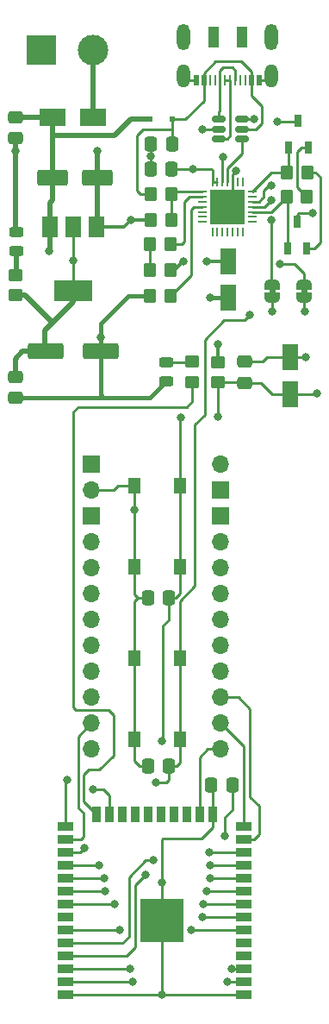
<source format=gbr>
%TF.GenerationSoftware,KiCad,Pcbnew,(6.0.11-0)*%
%TF.CreationDate,2023-10-17T10:34:41+02:00*%
%TF.ProjectId,ZESP32,5a455350-3332-42e6-9b69-6361645f7063,rev?*%
%TF.SameCoordinates,Original*%
%TF.FileFunction,Copper,L1,Top*%
%TF.FilePolarity,Positive*%
%FSLAX46Y46*%
G04 Gerber Fmt 4.6, Leading zero omitted, Abs format (unit mm)*
G04 Created by KiCad (PCBNEW (6.0.11-0)) date 2023-10-17 10:34:41*
%MOMM*%
%LPD*%
G01*
G04 APERTURE LIST*
G04 Aperture macros list*
%AMRoundRect*
0 Rectangle with rounded corners*
0 $1 Rounding radius*
0 $2 $3 $4 $5 $6 $7 $8 $9 X,Y pos of 4 corners*
0 Add a 4 corners polygon primitive as box body*
4,1,4,$2,$3,$4,$5,$6,$7,$8,$9,$2,$3,0*
0 Add four circle primitives for the rounded corners*
1,1,$1+$1,$2,$3*
1,1,$1+$1,$4,$5*
1,1,$1+$1,$6,$7*
1,1,$1+$1,$8,$9*
0 Add four rect primitives between the rounded corners*
20,1,$1+$1,$2,$3,$4,$5,0*
20,1,$1+$1,$4,$5,$6,$7,0*
20,1,$1+$1,$6,$7,$8,$9,0*
20,1,$1+$1,$8,$9,$2,$3,0*%
%AMFreePoly0*
4,1,22,0.500000,-0.750000,0.000000,-0.750000,0.000000,-0.745033,-0.079941,-0.743568,-0.215256,-0.701293,-0.333266,-0.622738,-0.424486,-0.514219,-0.481581,-0.384460,-0.499164,-0.250000,-0.500000,-0.250000,-0.500000,0.250000,-0.499164,0.250000,-0.499963,0.256109,-0.478152,0.396186,-0.417904,0.524511,-0.324060,0.630769,-0.204165,0.706417,-0.067858,0.745374,0.000000,0.744959,0.000000,0.750000,
0.500000,0.750000,0.500000,-0.750000,0.500000,-0.750000,$1*%
%AMFreePoly1*
4,1,20,0.000000,0.744959,0.073905,0.744508,0.209726,0.703889,0.328688,0.626782,0.421226,0.519385,0.479903,0.390333,0.500000,0.250000,0.500000,-0.250000,0.499851,-0.262216,0.476331,-0.402017,0.414519,-0.529596,0.319384,-0.634700,0.198574,-0.708877,0.061801,-0.746166,0.000000,-0.745033,0.000000,-0.750000,-0.500000,-0.750000,-0.500000,0.750000,0.000000,0.750000,0.000000,0.744959,
0.000000,0.744959,$1*%
G04 Aperture macros list end*
%TA.AperFunction,ComponentPad*%
%ADD10R,1.700000X1.700000*%
%TD*%
%TA.AperFunction,ComponentPad*%
%ADD11O,1.700000X1.700000*%
%TD*%
%TA.AperFunction,SMDPad,CuDef*%
%ADD12R,1.300000X1.550000*%
%TD*%
%TA.AperFunction,SMDPad,CuDef*%
%ADD13FreePoly0,270.000000*%
%TD*%
%TA.AperFunction,SMDPad,CuDef*%
%ADD14FreePoly1,270.000000*%
%TD*%
%TA.AperFunction,SMDPad,CuDef*%
%ADD15R,0.650000X1.220000*%
%TD*%
%TA.AperFunction,SMDPad,CuDef*%
%ADD16RoundRect,0.250000X-0.550000X1.050000X-0.550000X-1.050000X0.550000X-1.050000X0.550000X1.050000X0*%
%TD*%
%TA.AperFunction,SMDPad,CuDef*%
%ADD17RoundRect,0.250000X-0.350000X-0.450000X0.350000X-0.450000X0.350000X0.450000X-0.350000X0.450000X0*%
%TD*%
%TA.AperFunction,SMDPad,CuDef*%
%ADD18RoundRect,0.250000X0.550000X-1.050000X0.550000X1.050000X-0.550000X1.050000X-0.550000X-1.050000X0*%
%TD*%
%TA.AperFunction,SMDPad,CuDef*%
%ADD19RoundRect,0.250000X0.337500X0.475000X-0.337500X0.475000X-0.337500X-0.475000X0.337500X-0.475000X0*%
%TD*%
%TA.AperFunction,SMDPad,CuDef*%
%ADD20RoundRect,0.250000X0.350000X0.450000X-0.350000X0.450000X-0.350000X-0.450000X0.350000X-0.450000X0*%
%TD*%
%TA.AperFunction,SMDPad,CuDef*%
%ADD21RoundRect,0.150000X-0.512500X-0.150000X0.512500X-0.150000X0.512500X0.150000X-0.512500X0.150000X0*%
%TD*%
%TA.AperFunction,SMDPad,CuDef*%
%ADD22R,1.500000X0.900000*%
%TD*%
%TA.AperFunction,SMDPad,CuDef*%
%ADD23R,0.900000X1.500000*%
%TD*%
%TA.AperFunction,HeatsinkPad*%
%ADD24C,0.475000*%
%TD*%
%TA.AperFunction,SMDPad,CuDef*%
%ADD25R,1.050000X1.050000*%
%TD*%
%TA.AperFunction,SMDPad,CuDef*%
%ADD26R,4.200000X4.200000*%
%TD*%
%TA.AperFunction,SMDPad,CuDef*%
%ADD27RoundRect,0.250000X0.475000X-0.337500X0.475000X0.337500X-0.475000X0.337500X-0.475000X-0.337500X0*%
%TD*%
%TA.AperFunction,SMDPad,CuDef*%
%ADD28RoundRect,0.250000X-0.337500X-0.475000X0.337500X-0.475000X0.337500X0.475000X-0.337500X0.475000X0*%
%TD*%
%TA.AperFunction,SMDPad,CuDef*%
%ADD29R,1.000000X2.000000*%
%TD*%
%TA.AperFunction,SMDPad,CuDef*%
%ADD30R,0.520000X1.000000*%
%TD*%
%TA.AperFunction,SMDPad,CuDef*%
%ADD31R,0.270000X1.000000*%
%TD*%
%TA.AperFunction,ComponentPad*%
%ADD32O,1.300000X2.300000*%
%TD*%
%TA.AperFunction,ComponentPad*%
%ADD33O,1.300000X2.600000*%
%TD*%
%TA.AperFunction,SMDPad,CuDef*%
%ADD34RoundRect,0.250000X-1.500000X-0.550000X1.500000X-0.550000X1.500000X0.550000X-1.500000X0.550000X0*%
%TD*%
%TA.AperFunction,SMDPad,CuDef*%
%ADD35RoundRect,0.250000X0.450000X-0.350000X0.450000X0.350000X-0.450000X0.350000X-0.450000X-0.350000X0*%
%TD*%
%TA.AperFunction,SMDPad,CuDef*%
%ADD36RoundRect,0.243750X-0.456250X0.243750X-0.456250X-0.243750X0.456250X-0.243750X0.456250X0.243750X0*%
%TD*%
%TA.AperFunction,ComponentPad*%
%ADD37R,3.000000X3.000000*%
%TD*%
%TA.AperFunction,ComponentPad*%
%ADD38C,3.000000*%
%TD*%
%TA.AperFunction,SMDPad,CuDef*%
%ADD39RoundRect,0.062500X-0.062500X0.337500X-0.062500X-0.337500X0.062500X-0.337500X0.062500X0.337500X0*%
%TD*%
%TA.AperFunction,SMDPad,CuDef*%
%ADD40RoundRect,0.062500X-0.337500X0.062500X-0.337500X-0.062500X0.337500X-0.062500X0.337500X0.062500X0*%
%TD*%
%TA.AperFunction,SMDPad,CuDef*%
%ADD41R,3.350000X3.350000*%
%TD*%
%TA.AperFunction,SMDPad,CuDef*%
%ADD42R,0.500000X0.500000*%
%TD*%
%TA.AperFunction,SMDPad,CuDef*%
%ADD43RoundRect,0.250000X-1.250000X-0.550000X1.250000X-0.550000X1.250000X0.550000X-1.250000X0.550000X0*%
%TD*%
%TA.AperFunction,SMDPad,CuDef*%
%ADD44R,1.500000X2.000000*%
%TD*%
%TA.AperFunction,SMDPad,CuDef*%
%ADD45R,3.800000X2.000000*%
%TD*%
%TA.AperFunction,SMDPad,CuDef*%
%ADD46RoundRect,0.250000X-0.475000X0.337500X-0.475000X-0.337500X0.475000X-0.337500X0.475000X0.337500X0*%
%TD*%
%TA.AperFunction,SMDPad,CuDef*%
%ADD47R,2.500000X1.800000*%
%TD*%
%TA.AperFunction,SMDPad,CuDef*%
%ADD48RoundRect,0.243750X0.456250X-0.243750X0.456250X0.243750X-0.456250X0.243750X-0.456250X-0.243750X0*%
%TD*%
%TA.AperFunction,ViaPad*%
%ADD49C,0.800000*%
%TD*%
%TA.AperFunction,Conductor*%
%ADD50C,0.254000*%
%TD*%
%TA.AperFunction,Conductor*%
%ADD51C,0.406400*%
%TD*%
%TA.AperFunction,Conductor*%
%ADD52C,0.508000*%
%TD*%
%TA.AperFunction,Conductor*%
%ADD53C,0.355600*%
%TD*%
G04 APERTURE END LIST*
%TO.C,JP2*%
G36*
X109540400Y-72111600D02*
G01*
X108940400Y-72111600D01*
X108940400Y-71611600D01*
X109540400Y-71611600D01*
X109540400Y-72111600D01*
G37*
%TO.C,JP1*%
G36*
X112639200Y-72111600D02*
G01*
X112039200Y-72111600D01*
X112039200Y-71611600D01*
X112639200Y-71611600D01*
X112639200Y-72111600D01*
G37*
%TD*%
D10*
%TO.P,J8,1,Pin_1*%
%TO.N,EXT_5V*%
X91440000Y-88900000D03*
D11*
%TO.P,J8,2,Pin_2*%
%TO.N,GND*%
X91440000Y-91440000D03*
%TD*%
D12*
%TO.P,SW1,1,1*%
%TO.N,GND*%
X95651000Y-107912000D03*
X95651000Y-115862000D03*
%TO.P,SW1,2,2*%
%TO.N,IO0*%
X100151000Y-107912000D03*
X100151000Y-115862000D03*
%TD*%
D13*
%TO.P,JP2,1,A*%
%TO.N,Net-(JP2-Pad1)*%
X109240400Y-71211600D03*
D14*
%TO.P,JP2,2,B*%
%TO.N,TXD0*%
X109240400Y-72511600D03*
%TD*%
D15*
%TO.P,Q1,1,E*%
%TO.N,RTS*%
X110728800Y-67685200D03*
%TO.P,Q1,2,B*%
%TO.N,Net-(Q1-Pad2)*%
X112628800Y-67685200D03*
%TO.P,Q1,3,C*%
%TO.N,ENA*%
X111678800Y-65065200D03*
%TD*%
D16*
%TO.P,C9,1*%
%TO.N,+3V3*%
X104871600Y-68944000D03*
%TO.P,C9,2*%
%TO.N,GND*%
X104871600Y-72544000D03*
%TD*%
D17*
%TO.P,R8,1*%
%TO.N,DTR*%
X110662800Y-60228400D03*
%TO.P,R8,2*%
%TO.N,Net-(Q1-Pad2)*%
X112662800Y-60228400D03*
%TD*%
D18*
%TO.P,C3,1*%
%TO.N,ENA*%
X110967600Y-81992800D03*
%TO.P,C3,2*%
%TO.N,GND*%
X110967600Y-78392800D03*
%TD*%
D19*
%TO.P,C12,1*%
%TO.N,+3V3*%
X99305100Y-59888800D03*
%TO.P,C12,2*%
%TO.N,GND*%
X97230100Y-59888800D03*
%TD*%
D20*
%TO.P,R4,1*%
%TO.N,Net-(R3-Pad2)*%
X99267600Y-64867200D03*
%TO.P,R4,2*%
%TO.N,GND*%
X97267600Y-64867200D03*
%TD*%
D21*
%TO.P,U1,1,I/O1*%
%TO.N,Net-(J2-PadA7)*%
X103937300Y-55027200D03*
%TO.P,U1,2,GND*%
%TO.N,GND*%
X103937300Y-55977200D03*
%TO.P,U1,3,I/O2*%
%TO.N,Net-(J2-PadA6)*%
X103937300Y-56927200D03*
%TO.P,U1,4,I/O2*%
%TO.N,D+*%
X106212300Y-56927200D03*
%TO.P,U1,5,VBUS*%
%TO.N,VBUS*%
X106212300Y-55977200D03*
%TO.P,U1,6,I/O1*%
%TO.N,D-*%
X106212300Y-55027200D03*
%TD*%
D10*
%TO.P,J3,1,Pin_1*%
%TO.N,D23*%
X91440000Y-93980000D03*
D11*
%TO.P,J3,2,Pin_2*%
%TO.N,D22*%
X91440000Y-96520000D03*
%TO.P,J3,3,Pin_3*%
%TO.N,D21*%
X91440000Y-99060000D03*
%TO.P,J3,4,Pin_4*%
%TO.N,D19*%
X91440000Y-101600000D03*
%TO.P,J3,5,Pin_5*%
%TO.N,D18*%
X91440000Y-104140000D03*
%TO.P,J3,6,Pin_6*%
%TO.N,D5*%
X91440000Y-106680000D03*
%TO.P,J3,7,Pin_7*%
%TO.N,D17*%
X91440000Y-109220000D03*
%TO.P,J3,8,Pin_8*%
%TO.N,D16*%
X91440000Y-111760000D03*
%TO.P,J3,9,Pin_9*%
%TO.N,D4*%
X91440000Y-114300000D03*
%TO.P,J3,10,Pin_10*%
%TO.N,D15*%
X91440000Y-116840000D03*
%TD*%
D22*
%TO.P,U4,1,GND*%
%TO.N,GND*%
X106413000Y-140965000D03*
%TO.P,U4,2,VDD*%
%TO.N,+3V3*%
X106413000Y-139695000D03*
%TO.P,U4,3,EN*%
%TO.N,ENA*%
X106413000Y-138425000D03*
%TO.P,U4,4,SENSOR_VP*%
%TO.N,unconnected-(U4-Pad4)*%
X106413000Y-137155000D03*
%TO.P,U4,5,SENSOR_VN*%
%TO.N,unconnected-(U4-Pad5)*%
X106413000Y-135885000D03*
%TO.P,U4,6,IO34*%
%TO.N,D34*%
X106413000Y-134615000D03*
%TO.P,U4,7,IO35*%
%TO.N,D35*%
X106413000Y-133345000D03*
%TO.P,U4,8,IO32*%
%TO.N,D32*%
X106413000Y-132075000D03*
%TO.P,U4,9,IO33*%
%TO.N,D33*%
X106413000Y-130805000D03*
%TO.P,U4,10,IO25*%
%TO.N,D25*%
X106413000Y-129535000D03*
%TO.P,U4,11,IO26*%
%TO.N,D26*%
X106413000Y-128265000D03*
%TO.P,U4,12,IO27*%
%TO.N,D27*%
X106413000Y-126995000D03*
%TO.P,U4,13,IO14*%
%TO.N,D14*%
X106413000Y-125725000D03*
%TO.P,U4,14,IO12*%
%TO.N,D12*%
X106413000Y-124455000D03*
D23*
%TO.P,U4,15,GND*%
%TO.N,GND*%
X103373000Y-123205000D03*
%TO.P,U4,16,IO13*%
%TO.N,D13*%
X102103000Y-123205000D03*
%TO.P,U4,17,SHD/SD2*%
%TO.N,unconnected-(U4-Pad17)*%
X100833000Y-123205000D03*
%TO.P,U4,18,SWP/SD3*%
%TO.N,unconnected-(U4-Pad18)*%
X99563000Y-123205000D03*
%TO.P,U4,19,SCS/CMD*%
%TO.N,unconnected-(U4-Pad19)*%
X98293000Y-123205000D03*
%TO.P,U4,20,SCK/CLK*%
%TO.N,unconnected-(U4-Pad20)*%
X97023000Y-123205000D03*
%TO.P,U4,21,SDO/SD0*%
%TO.N,unconnected-(U4-Pad21)*%
X95753000Y-123205000D03*
%TO.P,U4,22,SDI/SD1*%
%TO.N,unconnected-(U4-Pad22)*%
X94483000Y-123205000D03*
%TO.P,U4,23,IO15*%
%TO.N,D15*%
X93213000Y-123205000D03*
%TO.P,U4,24,IO2*%
%TO.N,D2*%
X91943000Y-123205000D03*
D22*
%TO.P,U4,25,IO0*%
%TO.N,IO0*%
X88913000Y-124455000D03*
%TO.P,U4,26,IO4*%
%TO.N,D4*%
X88913000Y-125725000D03*
%TO.P,U4,27,IO16*%
%TO.N,D16*%
X88913000Y-126995000D03*
%TO.P,U4,28,IO17*%
%TO.N,D17*%
X88913000Y-128265000D03*
%TO.P,U4,29,IO5*%
%TO.N,D5*%
X88913000Y-129535000D03*
%TO.P,U4,30,IO18*%
%TO.N,D18*%
X88913000Y-130805000D03*
%TO.P,U4,31,IO19*%
%TO.N,D19*%
X88913000Y-132075000D03*
%TO.P,U4,32,NC*%
%TO.N,unconnected-(U4-Pad32)*%
X88913000Y-133345000D03*
%TO.P,U4,33,IO21*%
%TO.N,D21*%
X88913000Y-134615000D03*
%TO.P,U4,34,RXD0/IO3*%
%TO.N,RXD0*%
X88913000Y-135885000D03*
%TO.P,U4,35,TXD0/IO1*%
%TO.N,TXD0*%
X88913000Y-137155000D03*
%TO.P,U4,36,IO22*%
%TO.N,D22*%
X88913000Y-138425000D03*
%TO.P,U4,37,IO23*%
%TO.N,D23*%
X88913000Y-139695000D03*
%TO.P,U4,38,GND*%
%TO.N,GND*%
X88913000Y-140965000D03*
D24*
%TO.P,U4,39,GND*%
X98343000Y-132862500D03*
D25*
X98343000Y-135150000D03*
D24*
X99105500Y-135150000D03*
X97580500Y-133625000D03*
X99105500Y-132100000D03*
X97580500Y-135150000D03*
X96818000Y-134387500D03*
D25*
X96818000Y-132100000D03*
D24*
X99105500Y-133625000D03*
D25*
X96818000Y-135150000D03*
D24*
X97580500Y-132100000D03*
D25*
X98343000Y-132100000D03*
X99868000Y-135150000D03*
X96818000Y-133625000D03*
X99868000Y-133625000D03*
D26*
X98343000Y-133625000D03*
D24*
X98343000Y-134387500D03*
X99868000Y-132862500D03*
X99868000Y-134387500D03*
D25*
X98343000Y-133625000D03*
X99868000Y-132100000D03*
D24*
X96818000Y-132862500D03*
%TD*%
D27*
%TO.P,C7,1*%
%TO.N,ENA*%
X106497200Y-80874700D03*
%TO.P,C7,2*%
%TO.N,GND*%
X106497200Y-78799700D03*
%TD*%
D10*
%TO.P,J7,1,Pin_1*%
%TO.N,+3V3*%
X104140000Y-91440000D03*
D11*
%TO.P,J7,2,Pin_2*%
%TO.N,GND*%
X104140000Y-88900000D03*
%TD*%
D28*
%TO.P,C1,1*%
%TO.N,GND*%
X97006500Y-118491000D03*
%TO.P,C1,2*%
%TO.N,IO0*%
X99081500Y-118491000D03*
%TD*%
D29*
%TO.P,J2,*%
%TO.N,*%
X106220800Y-46953200D03*
X103420800Y-46953200D03*
D30*
%TO.P,J2,A1,GND*%
%TO.N,GND*%
X107920800Y-51153200D03*
%TO.P,J2,A4,VBUS*%
%TO.N,VBUS*%
X107170800Y-51153200D03*
D31*
%TO.P,J2,A5,CC1*%
%TO.N,unconnected-(J2-PadA5)*%
X106570800Y-51153200D03*
%TO.P,J2,A6,D+*%
%TO.N,Net-(J2-PadA6)*%
X105070800Y-51153200D03*
%TO.P,J2,A7,D-*%
%TO.N,Net-(J2-PadA7)*%
X104070800Y-51153200D03*
%TO.P,J2,A8,SBU1*%
%TO.N,unconnected-(J2-PadA8)*%
X103070800Y-51153200D03*
D30*
%TO.P,J2,A9,VBUS*%
%TO.N,VBUS*%
X102470800Y-51153200D03*
%TO.P,J2,A12,GND*%
%TO.N,GND*%
X101720800Y-51153200D03*
%TO.P,J2,B1,GND*%
X101720800Y-51153200D03*
%TO.P,J2,B4,VBUS*%
%TO.N,VBUS*%
X102470800Y-51153200D03*
D31*
%TO.P,J2,B5,CC2*%
%TO.N,unconnected-(J2-PadB5)*%
X103570800Y-51153200D03*
%TO.P,J2,B6,D+*%
%TO.N,Net-(J2-PadA6)*%
X104570800Y-51153200D03*
%TO.P,J2,B7,D-*%
%TO.N,Net-(J2-PadA7)*%
X105570800Y-51153200D03*
%TO.P,J2,B8,SBU2*%
%TO.N,unconnected-(J2-PadB8)*%
X106070800Y-51153200D03*
D30*
%TO.P,J2,B9,VBUS*%
%TO.N,VBUS*%
X107170800Y-51153200D03*
%TO.P,J2,B12,GND*%
%TO.N,GND*%
X107920800Y-51153200D03*
D32*
%TO.P,J2,S1,SHIELD*%
X109140800Y-50778200D03*
D33*
X100500800Y-46953200D03*
X109140800Y-46953200D03*
D32*
X100500800Y-50778200D03*
%TD*%
D34*
%TO.P,C10,1*%
%TO.N,+3V3*%
X86931600Y-77805200D03*
%TO.P,C10,2*%
%TO.N,GND*%
X92331600Y-77805200D03*
%TD*%
D35*
%TO.P,R2,1*%
%TO.N,+3V3*%
X83992800Y-72302800D03*
%TO.P,R2,2*%
%TO.N,Net-(D3-Pad2)*%
X83992800Y-70302800D03*
%TD*%
D19*
%TO.P,C8,1*%
%TO.N,+3V3*%
X105304500Y-120396000D03*
%TO.P,C8,2*%
%TO.N,GND*%
X103229500Y-120396000D03*
%TD*%
D20*
%TO.P,R6,1*%
%TO.N,Net-(R6-Pad1)*%
X99216800Y-67305600D03*
%TO.P,R6,2*%
%TO.N,Net-(R5-Pad1)*%
X97216800Y-67305600D03*
%TD*%
D35*
%TO.P,R1,1*%
%TO.N,ENA*%
X103906400Y-80837200D03*
%TO.P,R1,2*%
%TO.N,+3V3*%
X103906400Y-78837200D03*
%TD*%
D36*
%TO.P,D3,1,K*%
%TO.N,GND*%
X84043600Y-66098100D03*
%TO.P,D3,2,A*%
%TO.N,Net-(D3-Pad2)*%
X84043600Y-67973100D03*
%TD*%
D17*
%TO.P,R7,1*%
%TO.N,GND*%
X97216800Y-72334800D03*
%TO.P,R7,2*%
%TO.N,Net-(R7-Pad2)*%
X99216800Y-72334800D03*
%TD*%
%TO.P,R3,1*%
%TO.N,VBUS*%
X97267600Y-62378000D03*
%TO.P,R3,2*%
%TO.N,Net-(R3-Pad2)*%
X99267600Y-62378000D03*
%TD*%
D37*
%TO.P,J1,1,Pin_1*%
%TO.N,GND*%
X86482000Y-48239600D03*
D38*
%TO.P,J1,2,Pin_2*%
%TO.N,Net-(D1-Pad2)*%
X91562000Y-48239600D03*
%TD*%
D17*
%TO.P,R9,1*%
%TO.N,RTS*%
X110628000Y-62616000D03*
%TO.P,R9,2*%
%TO.N,Net-(Q2-Pad2)*%
X112628000Y-62616000D03*
%TD*%
D39*
%TO.P,U3,1,~{DCD}*%
%TO.N,unconnected-(U3-Pad1)*%
X106320800Y-61147200D03*
%TO.P,U3,2,~{RI}/CLK*%
%TO.N,unconnected-(U3-Pad2)*%
X105820800Y-61147200D03*
%TO.P,U3,3,GND*%
%TO.N,GND*%
X105320800Y-61147200D03*
%TO.P,U3,4,D+*%
%TO.N,D+*%
X104820800Y-61147200D03*
%TO.P,U3,5,D-*%
%TO.N,D-*%
X104320800Y-61147200D03*
%TO.P,U3,6,VDD*%
%TO.N,+3V3*%
X103820800Y-61147200D03*
%TO.P,U3,7,VREGIN*%
X103320800Y-61147200D03*
D40*
%TO.P,U3,8,VBUS*%
%TO.N,Net-(R3-Pad2)*%
X102370800Y-62097200D03*
%TO.P,U3,9,~{RST}*%
%TO.N,Net-(R6-Pad1)*%
X102370800Y-62597200D03*
%TO.P,U3,10,NC*%
%TO.N,unconnected-(U3-Pad10)*%
X102370800Y-63097200D03*
%TO.P,U3,11,~{SUSPEND}*%
%TO.N,Net-(R7-Pad2)*%
X102370800Y-63597200D03*
%TO.P,U3,12,SUSPEND*%
%TO.N,unconnected-(U3-Pad12)*%
X102370800Y-64097200D03*
%TO.P,U3,13,CHREN*%
%TO.N,unconnected-(U3-Pad13)*%
X102370800Y-64597200D03*
%TO.P,U3,14,CHR1*%
%TO.N,unconnected-(U3-Pad14)*%
X102370800Y-65097200D03*
D39*
%TO.P,U3,15,CHR0*%
%TO.N,unconnected-(U3-Pad15)*%
X103320800Y-66047200D03*
%TO.P,U3,16,~{WAKEUP}/GPIO.3*%
%TO.N,unconnected-(U3-Pad16)*%
X103820800Y-66047200D03*
%TO.P,U3,17,RS485/GPIO.2*%
%TO.N,unconnected-(U3-Pad17)*%
X104320800Y-66047200D03*
%TO.P,U3,18,~{RXT}/GPIO.1*%
%TO.N,unconnected-(U3-Pad18)*%
X104820800Y-66047200D03*
%TO.P,U3,19,~{TXT}/GPIO.0*%
%TO.N,unconnected-(U3-Pad19)*%
X105320800Y-66047200D03*
%TO.P,U3,20,GPIO.6*%
%TO.N,unconnected-(U3-Pad20)*%
X105820800Y-66047200D03*
%TO.P,U3,21,GPIO.5*%
%TO.N,unconnected-(U3-Pad21)*%
X106320800Y-66047200D03*
D40*
%TO.P,U3,22,GPIO.4*%
%TO.N,unconnected-(U3-Pad22)*%
X107270800Y-65097200D03*
%TO.P,U3,23,~{CTS}*%
%TO.N,unconnected-(U3-Pad23)*%
X107270800Y-64597200D03*
%TO.P,U3,24,~{RTS}*%
%TO.N,RTS*%
X107270800Y-64097200D03*
%TO.P,U3,25,RXD*%
%TO.N,Net-(JP2-Pad1)*%
X107270800Y-63597200D03*
%TO.P,U3,26,TXD*%
%TO.N,Net-(JP1-Pad1)*%
X107270800Y-63097200D03*
%TO.P,U3,27,~{DSR}*%
%TO.N,unconnected-(U3-Pad27)*%
X107270800Y-62597200D03*
%TO.P,U3,28,~{DTR}*%
%TO.N,DTR*%
X107270800Y-62097200D03*
D41*
%TO.P,U3,29,GND*%
%TO.N,GND*%
X104820800Y-63597200D03*
%TD*%
D42*
%TO.P,D2,1,K*%
%TO.N,EXT_5V*%
X97218400Y-55012000D03*
%TO.P,D2,2,A*%
%TO.N,VBUS*%
X99418400Y-55012000D03*
%TD*%
D43*
%TO.P,C6,1*%
%TO.N,EXT_5V*%
X87584000Y-60736400D03*
%TO.P,C6,2*%
%TO.N,GND*%
X91984000Y-60736400D03*
%TD*%
D19*
%TO.P,C5,1*%
%TO.N,VBUS*%
X99355900Y-57450400D03*
%TO.P,C5,2*%
%TO.N,GND*%
X97280900Y-57450400D03*
%TD*%
D35*
%TO.P,R10,1*%
%TO.N,D2*%
X101366400Y-80786400D03*
%TO.P,R10,2*%
%TO.N,Net-(D4-Pad2)*%
X101366400Y-78786400D03*
%TD*%
D12*
%TO.P,SW2,1,1*%
%TO.N,GND*%
X95651000Y-90992000D03*
X95651000Y-98942000D03*
%TO.P,SW2,2,2*%
%TO.N,ENA*%
X100151000Y-98942000D03*
X100151000Y-90992000D03*
%TD*%
D44*
%TO.P,U2,1,GND*%
%TO.N,GND*%
X91931600Y-65562000D03*
D45*
%TO.P,U2,2,VO*%
%TO.N,+3V3*%
X89631600Y-71862000D03*
D44*
X89631600Y-65562000D03*
%TO.P,U2,3,VI*%
%TO.N,EXT_5V*%
X87331600Y-65562000D03*
%TD*%
D15*
%TO.P,Q2,1,E*%
%TO.N,DTR*%
X110830400Y-57779200D03*
%TO.P,Q2,2,B*%
%TO.N,Net-(Q2-Pad2)*%
X112730400Y-57779200D03*
%TO.P,Q2,3,C*%
%TO.N,IO0*%
X111780400Y-55159200D03*
%TD*%
D28*
%TO.P,C2,1*%
%TO.N,GND*%
X97006500Y-101981000D03*
%TO.P,C2,2*%
%TO.N,ENA*%
X99081500Y-101981000D03*
%TD*%
D10*
%TO.P,J4,1,Pin_1*%
%TO.N,D34*%
X104140000Y-93980000D03*
D11*
%TO.P,J4,2,Pin_2*%
%TO.N,D35*%
X104140000Y-96520000D03*
%TO.P,J4,3,Pin_3*%
%TO.N,D32*%
X104140000Y-99060000D03*
%TO.P,J4,4,Pin_4*%
%TO.N,D33*%
X104140000Y-101600000D03*
%TO.P,J4,5,Pin_5*%
%TO.N,D25*%
X104140000Y-104140000D03*
%TO.P,J4,6,Pin_6*%
%TO.N,D26*%
X104140000Y-106680000D03*
%TO.P,J4,7,Pin_7*%
%TO.N,D27*%
X104140000Y-109220000D03*
%TO.P,J4,8,Pin_8*%
%TO.N,D14*%
X104140000Y-111760000D03*
%TO.P,J4,9,Pin_9*%
%TO.N,D12*%
X104140000Y-114300000D03*
%TO.P,J4,10,Pin_10*%
%TO.N,D13*%
X104140000Y-116840000D03*
%TD*%
D17*
%TO.P,R5,1*%
%TO.N,Net-(R5-Pad1)*%
X97216800Y-69845600D03*
%TO.P,R5,2*%
%TO.N,+3V3*%
X99216800Y-69845600D03*
%TD*%
D46*
%TO.P,C4,1*%
%TO.N,EXT_5V*%
X83942000Y-54822100D03*
%TO.P,C4,2*%
%TO.N,GND*%
X83942000Y-56897100D03*
%TD*%
D13*
%TO.P,JP1,1,A*%
%TO.N,Net-(JP1-Pad1)*%
X112339200Y-71211600D03*
D14*
%TO.P,JP1,2,B*%
%TO.N,RXD0*%
X112339200Y-72511600D03*
%TD*%
D47*
%TO.P,D1,1,K*%
%TO.N,EXT_5V*%
X87631600Y-54792800D03*
%TO.P,D1,2,A*%
%TO.N,Net-(D1-Pad2)*%
X91631600Y-54792800D03*
%TD*%
D46*
%TO.P,C11,1*%
%TO.N,+3V3*%
X83942000Y-80272900D03*
%TO.P,C11,2*%
%TO.N,GND*%
X83942000Y-82347900D03*
%TD*%
D48*
%TO.P,D4,1,K*%
%TO.N,GND*%
X98775600Y-80723900D03*
%TO.P,D4,2,A*%
%TO.N,Net-(D4-Pad2)*%
X98775600Y-78848900D03*
%TD*%
D49*
%TO.N,IO0*%
X109750000Y-55250000D03*
X107000000Y-74250000D03*
%TO.N,GND*%
X98353800Y-140965000D03*
X92019200Y-58094800D03*
X97230100Y-58598900D03*
X112522000Y-78359000D03*
X103124000Y-72517000D03*
X92331600Y-76451400D03*
X102362000Y-56007000D03*
X83942000Y-58094800D03*
X105664000Y-60071000D03*
X98343000Y-129901400D03*
X95651000Y-93325000D03*
X95351600Y-64871600D03*
%TO.N,IO0*%
X97790000Y-120142000D03*
X89027000Y-119888000D03*
%TO.N,ENA*%
X113182400Y-64262000D03*
X113639600Y-81940400D03*
X100203000Y-84328000D03*
X105247500Y-138430000D03*
X103886000Y-84201000D03*
X98384300Y-116078000D03*
%TO.N,EXT_5V*%
X87249000Y-67945000D03*
%TO.N,+3V3*%
X101452000Y-59888800D03*
X89631600Y-68864400D03*
X104775000Y-139700000D03*
X100457000Y-68961000D03*
X104521000Y-125349000D03*
X102743000Y-68961000D03*
X103886000Y-77089000D03*
%TO.N,D5*%
X92659200Y-129489200D03*
%TO.N,D19*%
X93726000Y-132080000D03*
%TO.N,D18*%
X92760800Y-130810000D03*
%TO.N,D17*%
X92151200Y-128270000D03*
%TO.N,D16*%
X90779600Y-126542800D03*
%TO.N,D15*%
X91567000Y-120777000D03*
%TO.N,D26*%
X103073200Y-128270000D03*
%TO.N,D25*%
X103124000Y-129540000D03*
%TO.N,D23*%
X95504000Y-139649200D03*
%TO.N,D22*%
X95234700Y-138430000D03*
%TO.N,D21*%
X94183200Y-134569200D03*
%TO.N,D34*%
X101249400Y-134615000D03*
%TO.N,D35*%
X102311200Y-133350000D03*
%TO.N,D32*%
X102463600Y-132080000D03*
%TO.N,D33*%
X102768400Y-130810000D03*
%TO.N,D27*%
X103022400Y-127000000D03*
%TO.N,Net-(JP1-Pad1)*%
X109088000Y-61549200D03*
X109951600Y-69220000D03*
%TO.N,RXD0*%
X112390000Y-73893600D03*
X97536000Y-127762000D03*
%TO.N,Net-(JP2-Pad1)*%
X109088000Y-64902000D03*
X109088000Y-62920800D03*
%TO.N,TXD0*%
X109240400Y-73842800D03*
X96774000Y-129159000D03*
%TO.N,D-*%
X107447100Y-55012000D03*
X104363600Y-58720400D03*
%TD*%
D50*
%TO.N,Net-(Q1-Pad2)*%
X112628800Y-67685200D02*
X113366000Y-67685200D01*
X113366000Y-67685200D02*
X113909400Y-67141800D01*
X113909400Y-67141800D02*
X113909400Y-60696400D01*
X113441400Y-60228400D02*
X112662800Y-60228400D01*
X113909400Y-60696400D02*
X113441400Y-60228400D01*
%TO.N,Net-(Q2-Pad2)*%
X112628000Y-62616000D02*
X112603200Y-62616000D01*
X112603200Y-62616000D02*
X111658400Y-61671200D01*
X111658400Y-61671200D02*
X111658400Y-58216800D01*
X112096000Y-57779200D02*
X112730400Y-57779200D01*
X111658400Y-58216800D02*
X112096000Y-57779200D01*
%TO.N,IO0*%
X104490600Y-74731800D02*
X106518200Y-74731800D01*
X106518200Y-74731800D02*
X107000000Y-74250000D01*
X109750000Y-55250000D02*
X111689600Y-55250000D01*
X111689600Y-55250000D02*
X111780400Y-55159200D01*
D51*
%TO.N,GND*%
X92634900Y-82347900D02*
X97151600Y-82347900D01*
D52*
X91984000Y-60736400D02*
X91984000Y-65509600D01*
D50*
X98343000Y-125685000D02*
X98343000Y-129901400D01*
D52*
X92019200Y-60701200D02*
X91984000Y-60736400D01*
D50*
X96139000Y-118491000D02*
X97006500Y-118491000D01*
X102391800Y-55977200D02*
X102362000Y-56007000D01*
X103373000Y-120539500D02*
X103373000Y-123205000D01*
X106497200Y-78799700D02*
X108296700Y-78799700D01*
X98343000Y-140925000D02*
X98303000Y-140965000D01*
X91440000Y-91440000D02*
X93599000Y-91440000D01*
X94047000Y-90992000D02*
X95651000Y-90992000D01*
X98353800Y-140965000D02*
X106413000Y-140965000D01*
X98303000Y-140965000D02*
X98353800Y-140965000D01*
X95651000Y-115862000D02*
X95651000Y-118003000D01*
X95651000Y-101620000D02*
X96012000Y-101981000D01*
D52*
X91984000Y-65509600D02*
X91931600Y-65562000D01*
D53*
X95356000Y-64867200D02*
X95351600Y-64871600D01*
D51*
X92331600Y-82044600D02*
X92634900Y-82347900D01*
D50*
X101720800Y-51153200D02*
X100875800Y-51153200D01*
D51*
X92331600Y-77805200D02*
X92331600Y-76451400D01*
X104871600Y-72544000D02*
X103151000Y-72544000D01*
D50*
X100875800Y-51153200D02*
X100500800Y-50778200D01*
X95651000Y-90992000D02*
X95651000Y-93325000D01*
X97230100Y-59888800D02*
X97230100Y-57501200D01*
X95651000Y-93325000D02*
X95651000Y-98942000D01*
X105320800Y-61147200D02*
X105320800Y-60414200D01*
D52*
X83942000Y-65996500D02*
X84043600Y-66098100D01*
D50*
X88913000Y-140965000D02*
X98303000Y-140965000D01*
X95651000Y-102342000D02*
X96012000Y-101981000D01*
X105320800Y-63097200D02*
X104820800Y-63597200D01*
X110967600Y-78392800D02*
X112488200Y-78392800D01*
X96012000Y-101981000D02*
X97006500Y-101981000D01*
X103373000Y-123205000D02*
X103373000Y-124465000D01*
X105320800Y-61147200D02*
X105320800Y-63097200D01*
X103373000Y-124465000D02*
X102235000Y-125603000D01*
D52*
X83942000Y-56897100D02*
X83942000Y-58094800D01*
D53*
X95351600Y-64871600D02*
X94661200Y-65562000D01*
D50*
X107920800Y-51153200D02*
X108765800Y-51153200D01*
X105320800Y-60414200D02*
X105664000Y-60071000D01*
D52*
X83942000Y-58094800D02*
X83942000Y-65996500D01*
D50*
X103937300Y-55977200D02*
X102391800Y-55977200D01*
D51*
X95051200Y-72334800D02*
X92331600Y-75054400D01*
D52*
X92019200Y-58094800D02*
X92019200Y-60701200D01*
D51*
X97151600Y-82347900D02*
X98775600Y-80723900D01*
D50*
X112488200Y-78392800D02*
X112522000Y-78359000D01*
X103229500Y-120396000D02*
X103373000Y-120539500D01*
X98343000Y-133625000D02*
X98343000Y-140925000D01*
X98425000Y-125603000D02*
X98343000Y-125685000D01*
X95651000Y-107912000D02*
X95651000Y-102342000D01*
X108296700Y-78799700D02*
X108703600Y-78392800D01*
X95651000Y-107912000D02*
X95651000Y-115862000D01*
X108765800Y-51153200D02*
X109140800Y-50778200D01*
D51*
X83942000Y-82347900D02*
X92634900Y-82347900D01*
D50*
X102235000Y-125603000D02*
X98425000Y-125603000D01*
X93599000Y-91440000D02*
X94047000Y-90992000D01*
X108703600Y-78392800D02*
X110967600Y-78392800D01*
D51*
X97216800Y-72334800D02*
X95051200Y-72334800D01*
D50*
X97230100Y-57501200D02*
X97280900Y-57450400D01*
D53*
X97267600Y-64867200D02*
X95356000Y-64867200D01*
D51*
X92331600Y-75054400D02*
X92331600Y-76451400D01*
X103151000Y-72544000D02*
X103124000Y-72517000D01*
D50*
X95651000Y-98942000D02*
X95651000Y-101620000D01*
X98343000Y-129901400D02*
X98343000Y-133625000D01*
D51*
X92331600Y-77805200D02*
X92331600Y-82044600D01*
D50*
X95651000Y-118003000D02*
X96139000Y-118491000D01*
D53*
X94661200Y-65562000D02*
X91931600Y-65562000D01*
D50*
%TO.N,IO0*%
X99081500Y-119866500D02*
X98806000Y-120142000D01*
X100151000Y-102287000D02*
X101600000Y-100838000D01*
X99081500Y-118491000D02*
X99081500Y-119866500D01*
X102585600Y-84002800D02*
X102585600Y-76636800D01*
X100151000Y-115862000D02*
X100151000Y-118162000D01*
X102585600Y-76636800D02*
X104490600Y-74731800D01*
X99822000Y-118491000D02*
X99081500Y-118491000D01*
X100151000Y-107912000D02*
X100151000Y-115862000D01*
X88913000Y-120002000D02*
X88913000Y-124455000D01*
X100151000Y-118162000D02*
X99822000Y-118491000D01*
X98806000Y-120142000D02*
X97790000Y-120142000D01*
X100151000Y-107912000D02*
X100151000Y-102287000D01*
X89027000Y-119888000D02*
X88913000Y-120002000D01*
X101600000Y-84988400D02*
X102585600Y-84002800D01*
X101600000Y-100838000D02*
X101600000Y-84988400D01*
%TO.N,ENA*%
X103906400Y-80837200D02*
X106459700Y-80837200D01*
X108093500Y-80874700D02*
X109211600Y-81992800D01*
X113587200Y-81992800D02*
X110967600Y-81992800D01*
X111678800Y-65065200D02*
X111678800Y-64394000D01*
X103886000Y-84201000D02*
X103886000Y-83820000D01*
X99081500Y-101981000D02*
X99081500Y-104118500D01*
X98425000Y-116037300D02*
X98384300Y-116078000D01*
X103886000Y-83820000D02*
X103906400Y-83799600D01*
X100151000Y-84380000D02*
X100203000Y-84328000D01*
X109211600Y-81992800D02*
X110967600Y-81992800D01*
X111678800Y-64394000D02*
X111810800Y-64262000D01*
X103906400Y-80837200D02*
X103906400Y-83799600D01*
X106459700Y-80837200D02*
X106497200Y-80874700D01*
X105247500Y-138430000D02*
X106408000Y-138430000D01*
X100151000Y-90992000D02*
X100151000Y-84380000D01*
X100151000Y-98942000D02*
X100151000Y-101525000D01*
X100151000Y-101525000D02*
X99695000Y-101981000D01*
X113639600Y-81940400D02*
X113587200Y-81992800D01*
X103906400Y-83799600D02*
X103906400Y-83952000D01*
X106408000Y-138430000D02*
X106413000Y-138425000D01*
X111810800Y-64262000D02*
X113182400Y-64262000D01*
X106497200Y-80874700D02*
X108093500Y-80874700D01*
X99695000Y-101981000D02*
X99081500Y-101981000D01*
X98425000Y-104775000D02*
X98425000Y-116037300D01*
X100151000Y-90992000D02*
X100151000Y-98942000D01*
X99081500Y-104118500D02*
X98425000Y-104775000D01*
D52*
%TO.N,EXT_5V*%
X87331600Y-63239600D02*
X87331600Y-65562000D01*
X87631600Y-60688800D02*
X87584000Y-60736400D01*
X87631600Y-56643600D02*
X87631600Y-60688800D01*
X87584000Y-62987200D02*
X87331600Y-63239600D01*
X87602300Y-54822100D02*
X87631600Y-54792800D01*
X87584000Y-60736400D02*
X87584000Y-62987200D01*
X95356000Y-55012000D02*
X97218400Y-55012000D01*
X87331600Y-65562000D02*
X87331600Y-67862400D01*
X93724400Y-56643600D02*
X95356000Y-55012000D01*
X87631600Y-56643600D02*
X93724400Y-56643600D01*
X87631600Y-54792800D02*
X87631600Y-56643600D01*
X83942000Y-54822100D02*
X87602300Y-54822100D01*
X87331600Y-67862400D02*
X87249000Y-67945000D01*
D50*
%TO.N,VBUS*%
X102470800Y-53196400D02*
X100655200Y-55012000D01*
X103634023Y-49322400D02*
X106192400Y-49322400D01*
X95930800Y-56586800D02*
X96472000Y-56045600D01*
X107170800Y-50300800D02*
X107170800Y-51153200D01*
X106212300Y-55977200D02*
X107614800Y-55977200D01*
X97267600Y-62378000D02*
X96286400Y-62378000D01*
X95930800Y-62022400D02*
X95930800Y-56586800D01*
X106192400Y-49322400D02*
X107170800Y-50300800D01*
X99418400Y-55012000D02*
X99418400Y-56045600D01*
X107170800Y-52739200D02*
X107170800Y-51153200D01*
X96286400Y-62378000D02*
X95930800Y-62022400D01*
X102470800Y-51153200D02*
X102470800Y-50485623D01*
X100655200Y-55012000D02*
X99418400Y-55012000D01*
X102470800Y-50485623D02*
X103634023Y-49322400D01*
X108173600Y-55418400D02*
X108173600Y-53742000D01*
X102470800Y-51153200D02*
X102470800Y-53196400D01*
X99418400Y-56045600D02*
X99418400Y-57387900D01*
X107614800Y-55977200D02*
X108173600Y-55418400D01*
X108173600Y-53742000D02*
X107170800Y-52739200D01*
X99418400Y-57387900D02*
X99355900Y-57450400D01*
X96472000Y-56045600D02*
X99418400Y-56045600D01*
D52*
%TO.N,+3V3*%
X84653200Y-77805200D02*
X83942000Y-78516400D01*
D53*
X99216800Y-69845600D02*
X99572400Y-69845600D01*
D52*
X87574200Y-74985800D02*
X86837600Y-75722400D01*
D50*
X104775000Y-139700000D02*
X106408000Y-139700000D01*
D53*
X99572400Y-69845600D02*
X100457000Y-68961000D01*
D52*
X84891200Y-72302800D02*
X87574200Y-74985800D01*
D50*
X106408000Y-139700000D02*
X106413000Y-139695000D01*
X105304500Y-122660500D02*
X105304500Y-122787500D01*
X103320800Y-61147200D02*
X103820800Y-61147200D01*
X105304500Y-122787500D02*
X104648000Y-123444000D01*
X89631600Y-65562000D02*
X89631600Y-71862000D01*
D53*
X103906400Y-77109400D02*
X103886000Y-77089000D01*
D52*
X89631600Y-72928400D02*
X87574200Y-74985800D01*
D50*
X104648000Y-123444000D02*
X104521000Y-123571000D01*
X104521000Y-123571000D02*
X104521000Y-125349000D01*
X103195200Y-59888800D02*
X103320800Y-60014400D01*
D52*
X86931600Y-77805200D02*
X84653200Y-77805200D01*
D50*
X103320800Y-60014400D02*
X103320800Y-61147200D01*
D53*
X104854600Y-68961000D02*
X104871600Y-68944000D01*
D52*
X83992800Y-72302800D02*
X84891200Y-72302800D01*
X86837600Y-75722400D02*
X86837600Y-77711200D01*
X86837600Y-77711200D02*
X86931600Y-77805200D01*
X83942000Y-78516400D02*
X83942000Y-80272900D01*
D50*
X99305100Y-59888800D02*
X103195200Y-59888800D01*
D52*
X89631600Y-71862000D02*
X89631600Y-72928400D01*
D53*
X103906400Y-78837200D02*
X103906400Y-77109400D01*
D50*
X105304500Y-120396000D02*
X105304500Y-122660500D01*
D53*
X102743000Y-68961000D02*
X104854600Y-68961000D01*
D52*
%TO.N,Net-(D1-Pad2)*%
X91562000Y-54723200D02*
X91631600Y-54792800D01*
X91562000Y-48239600D02*
X91562000Y-54723200D01*
%TO.N,Net-(D3-Pad2)*%
X84043600Y-67973100D02*
X84043600Y-70252000D01*
X84043600Y-70252000D02*
X83992800Y-70302800D01*
D50*
%TO.N,Net-(D4-Pad2)*%
X98775600Y-78848900D02*
X101303900Y-78848900D01*
X101303900Y-78848900D02*
X101366400Y-78786400D01*
%TO.N,Net-(J2-PadA6)*%
X104785200Y-56927200D02*
X105074800Y-56637600D01*
X105074800Y-56637600D02*
X105070800Y-56633600D01*
X104570800Y-51153200D02*
X105070800Y-51153200D01*
X103937300Y-56927200D02*
X104785200Y-56927200D01*
X105070800Y-56633600D02*
X105070800Y-51153200D01*
%TO.N,Net-(J2-PadA7)*%
X103937300Y-54320700D02*
X103937300Y-55027200D01*
X104070800Y-51153200D02*
X104070800Y-54187200D01*
X104070800Y-54187200D02*
X103937300Y-54320700D01*
X104070800Y-50275600D02*
X104414400Y-49932000D01*
X104070800Y-51153200D02*
X104070800Y-50275600D01*
X104414400Y-49932000D02*
X105278000Y-49932000D01*
X105278000Y-49932000D02*
X105570800Y-50224800D01*
X105570800Y-50224800D02*
X105570800Y-51153200D01*
%TO.N,D14*%
X107396200Y-125725000D02*
X107899200Y-125222000D01*
X107899200Y-125222000D02*
X107899200Y-122428000D01*
X106413000Y-125725000D02*
X107396200Y-125725000D01*
X106984800Y-112877600D02*
X105867200Y-111760000D01*
X106984800Y-121513600D02*
X106984800Y-112877600D01*
X105867200Y-111760000D02*
X104140000Y-111760000D01*
X107899200Y-122428000D02*
X106984800Y-121513600D01*
%TO.N,D13*%
X102103000Y-117607000D02*
X102103000Y-123205000D01*
X102870000Y-116840000D02*
X102103000Y-117607000D01*
X104140000Y-116840000D02*
X102870000Y-116840000D01*
%TO.N,D12*%
X106413000Y-116573000D02*
X106413000Y-124455000D01*
X104140000Y-114300000D02*
X106413000Y-116573000D01*
%TO.N,D5*%
X92659200Y-129489200D02*
X92613400Y-129535000D01*
X92613400Y-129535000D02*
X88913000Y-129535000D01*
%TO.N,D4*%
X90119200Y-122580400D02*
X90678000Y-123139200D01*
X90378200Y-125725000D02*
X88913000Y-125725000D01*
X90678000Y-123139200D02*
X90678000Y-125425200D01*
X90119200Y-115620800D02*
X90119200Y-122580400D01*
X91440000Y-114300000D02*
X90119200Y-115620800D01*
X90678000Y-125425200D02*
X90378200Y-125725000D01*
%TO.N,D19*%
X93726000Y-132080000D02*
X93721000Y-132075000D01*
X93721000Y-132075000D02*
X88913000Y-132075000D01*
%TO.N,D18*%
X92760800Y-130810000D02*
X92755800Y-130805000D01*
X92755800Y-130805000D02*
X88913000Y-130805000D01*
%TO.N,D17*%
X92151200Y-128270000D02*
X92146200Y-128265000D01*
X92146200Y-128265000D02*
X88913000Y-128265000D01*
%TO.N,D16*%
X90322400Y-127000000D02*
X90317400Y-126995000D01*
X90317400Y-126995000D02*
X88913000Y-126995000D01*
X90779600Y-126542800D02*
X90322400Y-127000000D01*
%TO.N,D15*%
X93213000Y-123195000D02*
X93213000Y-121407000D01*
X92583000Y-120777000D02*
X91567000Y-120777000D01*
X93213000Y-123205000D02*
X93213000Y-123195000D01*
X93213000Y-121407000D02*
X92583000Y-120777000D01*
%TO.N,D26*%
X106413000Y-128265000D02*
X103078200Y-128265000D01*
X103078200Y-128265000D02*
X103073200Y-128270000D01*
%TO.N,D25*%
X106413000Y-129535000D02*
X103129000Y-129535000D01*
X103129000Y-129535000D02*
X103124000Y-129540000D01*
%TO.N,D23*%
X88913000Y-139695000D02*
X95458200Y-139695000D01*
X95458200Y-139695000D02*
X95504000Y-139649200D01*
%TO.N,D22*%
X88913000Y-138425000D02*
X88945800Y-138425000D01*
X95229700Y-138425000D02*
X95234700Y-138430000D01*
X88945800Y-138425000D02*
X95229700Y-138425000D01*
%TO.N,D21*%
X94137400Y-134615000D02*
X88913000Y-134615000D01*
X94183200Y-134569200D02*
X94137400Y-134615000D01*
%TO.N,D34*%
X106413000Y-134615000D02*
X101249400Y-134615000D01*
%TO.N,D35*%
X106413000Y-133345000D02*
X102316200Y-133345000D01*
X102316200Y-133345000D02*
X102311200Y-133350000D01*
%TO.N,D32*%
X102468600Y-132075000D02*
X102463600Y-132080000D01*
X106413000Y-132075000D02*
X102468600Y-132075000D01*
%TO.N,D33*%
X102773400Y-130805000D02*
X102768400Y-130810000D01*
X106413000Y-130805000D02*
X102773400Y-130805000D01*
%TO.N,D27*%
X103027400Y-126995000D02*
X103022400Y-127000000D01*
X106413000Y-126995000D02*
X103027400Y-126995000D01*
%TO.N,Net-(JP1-Pad1)*%
X108326000Y-62057200D02*
X108834000Y-61549200D01*
X108326000Y-62717600D02*
X108326000Y-62108000D01*
X111424800Y-69220000D02*
X112339200Y-70134400D01*
X109951600Y-69220000D02*
X111424800Y-69220000D01*
X112339200Y-70134400D02*
X112339200Y-71211600D01*
X107270800Y-63097200D02*
X107946400Y-63097200D01*
X108834000Y-61549200D02*
X109088000Y-61549200D01*
X108224400Y-62819200D02*
X108326000Y-62717600D01*
X108326000Y-62108000D02*
X108326000Y-62057200D01*
X107946400Y-63097200D02*
X108224400Y-62819200D01*
%TO.N,RXD0*%
X95123000Y-135255000D02*
X95123000Y-129413000D01*
X88913000Y-135885000D02*
X94493000Y-135885000D01*
X112339200Y-73842800D02*
X112390000Y-73893600D01*
X112339200Y-72511600D02*
X112339200Y-73842800D01*
X96774000Y-127762000D02*
X97536000Y-127762000D01*
X94493000Y-135885000D02*
X95123000Y-135255000D01*
X95123000Y-129413000D02*
X96774000Y-127762000D01*
%TO.N,Net-(JP2-Pad1)*%
X109088000Y-71059200D02*
X109240400Y-71211600D01*
X108411600Y-63597200D02*
X109088000Y-62920800D01*
X107270800Y-63597200D02*
X108411600Y-63597200D01*
X109088000Y-64902000D02*
X109088000Y-71059200D01*
%TO.N,TXD0*%
X109240400Y-72511600D02*
X109240400Y-73842800D01*
X88913000Y-137155000D02*
X94874000Y-137155000D01*
X95758000Y-136271000D02*
X95758000Y-130175000D01*
X94874000Y-137155000D02*
X95758000Y-136271000D01*
X95758000Y-130175000D02*
X96774000Y-129159000D01*
%TO.N,RTS*%
X107270800Y-64097200D02*
X109146800Y-64097200D01*
X110728800Y-67685200D02*
X110728800Y-62716800D01*
X110728800Y-62716800D02*
X110628000Y-62616000D01*
X109146800Y-64097200D02*
X110628000Y-62616000D01*
%TO.N,DTR*%
X110830400Y-57779200D02*
X110830400Y-60060800D01*
X107270800Y-62097200D02*
X109139600Y-60228400D01*
X109139600Y-60228400D02*
X110662800Y-60228400D01*
X110830400Y-60060800D02*
X110662800Y-60228400D01*
%TO.N,Net-(R3-Pad2)*%
X99267600Y-62378000D02*
X99267600Y-64867200D01*
X102370800Y-62097200D02*
X99548400Y-62097200D01*
X99548400Y-62097200D02*
X99267600Y-62378000D01*
%TO.N,Net-(R5-Pad1)*%
X97216800Y-69845600D02*
X97216800Y-67305600D01*
%TO.N,Net-(R6-Pad1)*%
X100604400Y-67000800D02*
X100299600Y-67305600D01*
X102370800Y-62597200D02*
X101096400Y-62597200D01*
X101096400Y-62597200D02*
X100604400Y-63089200D01*
X100299600Y-67305600D02*
X99216800Y-67305600D01*
X100604400Y-63089200D02*
X100604400Y-67000800D01*
%TO.N,Net-(R7-Pad2)*%
X101518800Y-63597200D02*
X102370800Y-63597200D01*
X101214000Y-70337600D02*
X101214000Y-63902000D01*
X99216800Y-72334800D02*
X101214000Y-70337600D01*
X101214000Y-63902000D02*
X101518800Y-63597200D01*
%TO.N,D2*%
X101366400Y-82682000D02*
X100807600Y-83240800D01*
X89662000Y-112776000D02*
X89916000Y-113030000D01*
X90114200Y-83240800D02*
X89662000Y-83693000D01*
X93599000Y-113538000D02*
X93599000Y-117475000D01*
X90678000Y-121940000D02*
X91943000Y-123205000D01*
X101366400Y-80786400D02*
X101366400Y-82682000D01*
X93091000Y-113030000D02*
X93599000Y-113538000D01*
X89916000Y-113030000D02*
X93091000Y-113030000D01*
X100807600Y-83240800D02*
X90114200Y-83240800D01*
X92202000Y-118872000D02*
X91186000Y-118872000D01*
X90678000Y-119380000D02*
X90678000Y-121940000D01*
X93599000Y-117475000D02*
X92202000Y-118872000D01*
X91186000Y-118872000D02*
X90678000Y-119380000D01*
X89662000Y-83693000D02*
X89662000Y-112776000D01*
%TO.N,D+*%
X106212300Y-56927200D02*
X106212300Y-58395700D01*
X104820800Y-59787200D02*
X104820800Y-61147200D01*
X106212300Y-58395700D02*
X104820800Y-59787200D01*
%TO.N,D-*%
X106212300Y-55027200D02*
X107431900Y-55027200D01*
X104320800Y-58763200D02*
X104363600Y-58720400D01*
X104320800Y-61147200D02*
X104320800Y-58763200D01*
X107431900Y-55027200D02*
X107447100Y-55012000D01*
%TD*%
M02*

</source>
